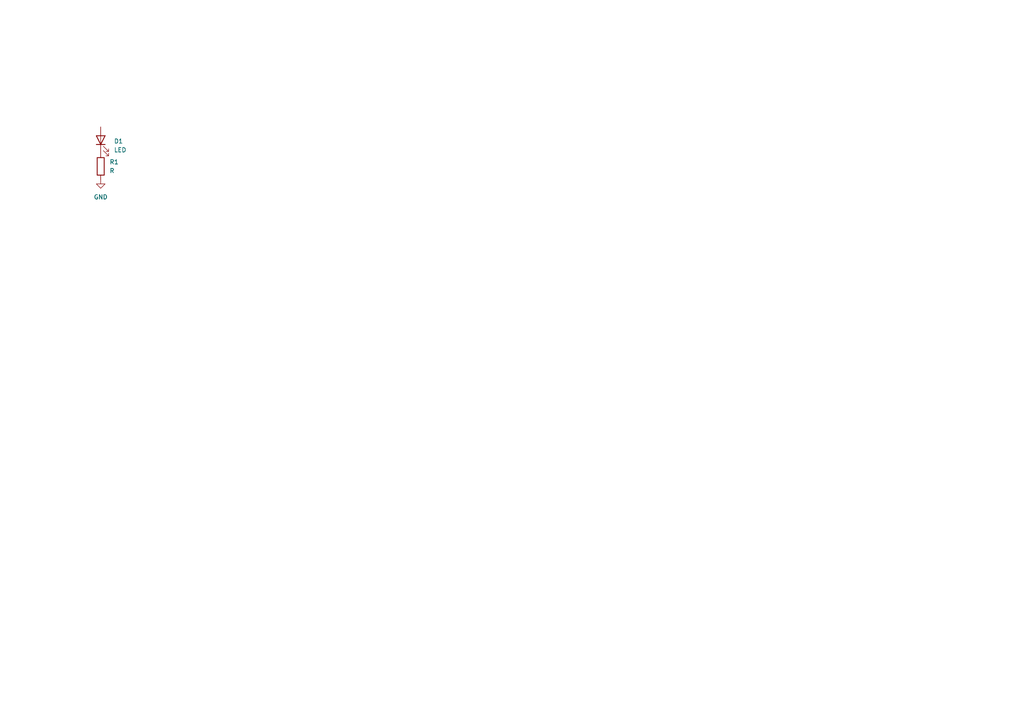
<source format=kicad_sch>
(kicad_sch (version 20250114) (generator "eeschema") (generator_version "9.0")
  (paper "A4")
  (lib_symbols
    (symbol "Device:LED" (pin_numbers (hide yes)) (pin_names (offset 1.016) (hide yes))
      (property "Reference" "D" (at 0 2.54 0))
      (property "Value" "LED" (at 0 -2.54 0))
      (symbol "LED_0_1"
        (polyline (pts (xy -3.048 -0.762) (xy -4.572 -2.286) (xy -3.81 -2.286) (xy -4.572 -2.286) (xy -4.572 -1.524)))
        (polyline (pts (xy -1.778 -0.762) (xy -3.302 -2.286) (xy -2.54 -2.286) (xy -3.302 -2.286) (xy -3.302 -1.524)))
        (polyline (pts (xy -1.27 0) (xy 1.27 0)))
        (polyline (pts (xy -1.27 -1.27) (xy -1.27 1.27)) (stroke (width 0.254)))
        (polyline (pts (xy 1.27 -1.27) (xy 1.27 1.27) (xy -1.27 0) (xy 1.27 -1.27)) (stroke (width 0.254)))
      )
      (symbol "LED_1_1"
        (pin passive line (at -3.81 0 0) (length 2.54) (name "K") (number "1"))
        (pin passive line (at 3.81 0 180) (length 2.54) (name "A") (number "2"))
      )
    )
    (symbol "Device:R" (pin_numbers (hide yes)) (pin_names (offset 0))
      (property "Reference" "R" (at 2.032 0 90))
      (property "Value" "R" (at 0 0 90))
      (symbol "R_0_1"
        (rectangle (start -1.016 -2.54) (end 1.016 2.54) (stroke (width 0.254)))
      )
      (symbol "R_1_1"
        (pin passive line (at 0 3.81 270) (length 1.27) (name "~") (number "1"))
        (pin passive line (at 0 -3.81 90) (length 1.27) (name "~") (number "2"))
      )
    )
    (symbol "power:GND" (power) (pin_numbers (hide yes)) (pin_names (offset 0) (hide yes))
      (property "Value" "GND" (at 0 -3.81 0))
      (symbol "GND_0_1"
        (polyline (pts (xy 0 0) (xy 0 -1.27) (xy 1.27 -1.27) (xy 0 -2.54) (xy -1.27 -1.27) (xy 0 -1.27)))
      )
      (symbol "GND_1_1"
        (pin power_in line (at 0 0 270) (length 0) (name "~") (number "1"))
      )
    )
  )
  (symbol (lib_id "power:GND") (at 29.21 52.07 0) (unit 1)
    (property "Reference" "#PWR01" (effects (hide yes)))
    (property "Value" "GND" (at 29.21 57.15 0))
    (property "Description" "Power symbol creates a global label with name \"GND\" , ground" (effects (hide yes)))
  )
  (symbol (lib_id "Device:R") (at 29.21 48.26 0) (unit 1)
    (property "Reference" "R1" (at 31.75 46.9899 0) (effects (justify left)))
    (property "Value" "R" (at 31.75 49.5299 0) (effects (justify left)))
    (property "Description" "Resistor" (effects (hide yes)))
  )
  (symbol (lib_id "Device:LED") (at 29.21 40.64 90) (unit 1)
    (property "Reference" "D1" (at 33.02 40.9574 90) (effects (justify right)))
    (property "Value" "LED" (at 33.02 43.4974 90) (effects (justify right)))
    (property "Description" "Light emitting diode" (effects (hide yes)))
    (property "Sim.Pins" "1=K 2=A" (effects (hide yes)))
  )
)
</source>
